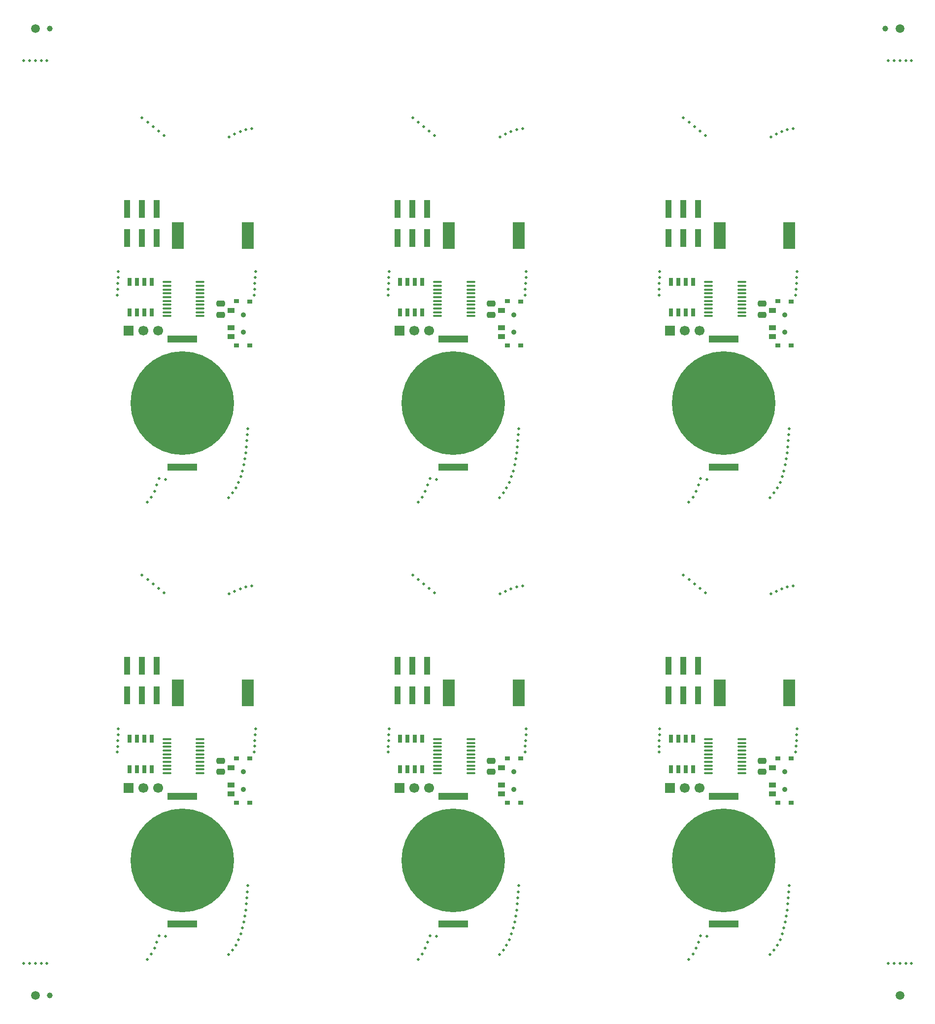
<source format=gbr>
%TF.GenerationSoftware,KiCad,Pcbnew,9.0.3*%
%TF.CreationDate,2025-07-23T15:56:11-05:00*%
%TF.ProjectId,panel,70616e65-6c2e-46b6-9963-61645f706362,rev?*%
%TF.SameCoordinates,Original*%
%TF.FileFunction,Soldermask,Bot*%
%TF.FilePolarity,Negative*%
%FSLAX46Y46*%
G04 Gerber Fmt 4.6, Leading zero omitted, Abs format (unit mm)*
G04 Created by KiCad (PCBNEW 9.0.3) date 2025-07-23 15:56:11*
%MOMM*%
%LPD*%
G01*
G04 APERTURE LIST*
G04 Aperture macros list*
%AMRoundRect*
0 Rectangle with rounded corners*
0 $1 Rounding radius*
0 $2 $3 $4 $5 $6 $7 $8 $9 X,Y pos of 4 corners*
0 Add a 4 corners polygon primitive as box body*
4,1,4,$2,$3,$4,$5,$6,$7,$8,$9,$2,$3,0*
0 Add four circle primitives for the rounded corners*
1,1,$1+$1,$2,$3*
1,1,$1+$1,$4,$5*
1,1,$1+$1,$6,$7*
1,1,$1+$1,$8,$9*
0 Add four rect primitives between the rounded corners*
20,1,$1+$1,$2,$3,$4,$5,0*
20,1,$1+$1,$4,$5,$6,$7,0*
20,1,$1+$1,$6,$7,$8,$9,0*
20,1,$1+$1,$8,$9,$2,$3,0*%
G04 Aperture macros list end*
%ADD10C,0.500000*%
%ADD11C,1.500000*%
%ADD12R,5.080000X1.270000*%
%ADD13C,17.800000*%
%ADD14R,1.000000X3.150000*%
%ADD15RoundRect,0.100000X0.637500X0.100000X-0.637500X0.100000X-0.637500X-0.100000X0.637500X-0.100000X0*%
%ADD16C,1.000000*%
%ADD17C,0.900000*%
%ADD18R,1.250000X0.900000*%
%ADD19R,0.900000X0.800000*%
%ADD20R,0.800000X1.450000*%
%ADD21R,1.700000X1.700000*%
%ADD22C,1.700000*%
%ADD23R,2.000000X4.600000*%
%ADD24RoundRect,0.250000X0.475000X-0.250000X0.475000X0.250000X-0.475000X0.250000X-0.475000X-0.250000X0*%
G04 APERTURE END LIST*
D10*
%TO.C,KiKit_MB_28_4*%
X156920592Y-118395879D03*
%TD*%
%TO.C,KiKit_MB_7_4*%
X134942661Y-65277159D03*
%TD*%
%TO.C,KiKit_MB_26_5*%
X158363346Y-146799648D03*
%TD*%
%TO.C,KiKit_MB_30_2*%
X157182136Y-170812487D03*
%TD*%
%TO.C,KiKit_MB_8_2*%
X158518465Y-65260219D03*
%TD*%
%TO.C,KiKit_MB_35_3*%
X188147478Y-179442975D03*
%TD*%
%TO.C,KiKit_MB_32_3*%
X204999085Y-144800315D03*
%TD*%
%TO.C,KiKit_MB_36_2*%
X203714462Y-170812487D03*
%TD*%
%TO.C,KiKit_MB_24_6*%
X110220238Y-174976825D03*
%TD*%
%TO.C,KiKit_MB_5_5*%
X94154426Y-102982266D03*
%TD*%
D11*
%TO.C,KiKit_TO_3*%
X74201511Y-188580862D03*
%TD*%
D10*
%TO.C,KiKit_MB_36_12*%
X201154453Y-180818929D03*
%TD*%
%TO.C,KiKit_MB_38_6*%
X76201511Y-183080862D03*
%TD*%
%TO.C,KiKit_MB_34_5*%
X204475259Y-118224143D03*
%TD*%
%TO.C,KiKit_MB_12_12*%
X154622127Y-102278498D03*
%TD*%
%TO.C,KiKit_MB_24_8*%
X109797370Y-177026405D03*
%TD*%
%TO.C,KiKit_MB_6_7*%
X110033789Y-97466434D03*
%TD*%
%TO.C,KiKit_MB_6_1*%
X110724483Y-91227774D03*
%TD*%
%TO.C,KiKit_MB_3_4*%
X95364521Y-40122792D03*
%TD*%
%TO.C,KiKit_MB_3_2*%
X93482422Y-38576491D03*
%TD*%
%TO.C,KiKit_MB_25_1*%
X134840634Y-146817156D03*
%TD*%
%TO.C,KiKit_MB_12_6*%
X156752564Y-96436394D03*
%TD*%
%TO.C,KiKit_MB_6_13*%
X107404920Y-103069553D03*
%TD*%
%TO.C,KiKit_MB_36_7*%
X203098441Y-176006865D03*
%TD*%
%TO.C,KiKit_MB_19_2*%
X88342318Y-145817300D03*
%TD*%
%TO.C,KiKit_MB_3_1*%
X92529188Y-37818475D03*
%TD*%
%TO.C,KiKit_MB_23_3*%
X95082827Y-179442975D03*
%TD*%
%TO.C,KiKit_MB_36_10*%
X202197888Y-179009585D03*
%TD*%
%TO.C,KiKit_MB_5_3*%
X95082827Y-100902544D03*
%TD*%
%TO.C,KiKit_MB_5_1*%
X96575135Y-99933175D03*
%TD*%
%TO.C,KiKit_MB_24_7*%
X110033789Y-176006865D03*
%TD*%
%TO.C,KiKit_MB_32_5*%
X204895672Y-146799648D03*
%TD*%
%TO.C,KiKit_MB_39_5*%
X223798489Y-28000000D03*
%TD*%
%TO.C,KiKit_MB_1_5*%
X88444345Y-64277304D03*
%TD*%
%TO.C,KiKit_MB_6_5*%
X110367103Y-95399845D03*
%TD*%
%TO.C,KiKit_MB_15_5*%
X189374006Y-40891292D03*
%TD*%
%TO.C,KiKit_MB_18_6*%
X203284890Y-96436394D03*
%TD*%
%TO.C,KiKit_MB_6_12*%
X108089801Y-102278498D03*
%TD*%
%TO.C,KiKit_MB_15_2*%
X186547073Y-38576491D03*
%TD*%
%TO.C,KiKit_MB_12_3*%
X157098852Y-93315698D03*
%TD*%
%TO.C,KiKit_MB_2_5*%
X111831020Y-68259217D03*
%TD*%
%TO.C,KiKit_MB_24_2*%
X110649810Y-170812487D03*
%TD*%
%TO.C,KiKit_MB_36_8*%
X202862022Y-177026405D03*
%TD*%
%TO.C,KiKit_MB_37_5*%
X75201511Y-28000000D03*
%TD*%
%TO.C,KiKit_MB_5_4*%
X94676725Y-101968981D03*
%TD*%
%TO.C,KiKit_MB_16_5*%
X204475259Y-39683713D03*
%TD*%
%TO.C,KiKit_MB_35_2*%
X188543199Y-178373195D03*
%TD*%
%TO.C,KiKit_MB_18_13*%
X200469572Y-103069553D03*
%TD*%
%TO.C,KiKit_MB_14_5*%
X204895672Y-68259217D03*
%TD*%
%TO.C,KiKit_MB_21_5*%
X96309355Y-119431722D03*
%TD*%
%TO.C,KiKit_MB_17_6*%
X186496038Y-103861294D03*
%TD*%
%TO.C,KiKit_MB_17_5*%
X187219077Y-102982266D03*
%TD*%
%TO.C,KiKit_MB_31_3*%
X181440978Y-144817445D03*
%TD*%
%TO.C,KiKit_MB_10_1*%
X154068086Y-41087894D03*
%TD*%
%TO.C,KiKit_MB_1_3*%
X88376327Y-66277014D03*
%TD*%
%TO.C,KiKit_MB_29_2*%
X142010873Y-178373195D03*
%TD*%
%TO.C,KiKit_MB_25_5*%
X134976670Y-142817734D03*
%TD*%
%TO.C,KiKit_MB_6_2*%
X110649810Y-92272056D03*
%TD*%
%TO.C,KiKit_MB_31_1*%
X181372960Y-146817156D03*
%TD*%
%TO.C,KiKit_MB_28_3*%
X155938780Y-118730347D03*
%TD*%
%TO.C,KiKit_MB_33_2*%
X186547073Y-117116921D03*
%TD*%
%TO.C,KiKit_MB_40_5*%
X223798489Y-183080862D03*
%TD*%
%TO.C,KiKit_MB_30_10*%
X155665562Y-179009585D03*
%TD*%
%TO.C,KiKit_MB_12_4*%
X157015188Y-94359304D03*
%TD*%
%TO.C,KiKit_MB_4_3*%
X109406454Y-40189917D03*
%TD*%
%TO.C,KiKit_MB_9_4*%
X141896846Y-40122792D03*
%TD*%
%TO.C,KiKit_MB_23_5*%
X94154426Y-181522697D03*
%TD*%
%TO.C,KiKit_MB_2_1*%
X112037846Y-64260553D03*
%TD*%
%TO.C,KiKit_MB_31_5*%
X181508996Y-142817734D03*
%TD*%
%TO.C,KiKit_MB_2_4*%
X111882726Y-67259550D03*
%TD*%
%TO.C,KiKit_MB_26_2*%
X158518465Y-143800649D03*
%TD*%
%TO.C,KiKit_MB_16_1*%
X200600412Y-41087894D03*
%TD*%
%TO.C,KiKit_MB_3_5*%
X96309355Y-40891292D03*
%TD*%
%TO.C,KiKit_MB_23_4*%
X94676725Y-180509412D03*
%TD*%
%TO.C,KiKit_MB_36_4*%
X203547514Y-172899735D03*
%TD*%
%TO.C,KiKit_MB_20_1*%
X112037846Y-142800983D03*
%TD*%
%TO.C,KiKit_MB_30_3*%
X157098852Y-171856129D03*
%TD*%
%TO.C,KiKit_MB_24_11*%
X108665829Y-179945770D03*
%TD*%
%TO.C,KiKit_MB_36_1*%
X203789135Y-169768205D03*
%TD*%
%TO.C,KiKit_MB_30_13*%
X153937246Y-181609984D03*
%TD*%
%TO.C,KiKit_MB_4_2*%
X108460875Y-40617371D03*
%TD*%
%TO.C,KiKit_MB_39_3*%
X221798489Y-28000000D03*
%TD*%
%TO.C,KiKit_MB_24_4*%
X110482862Y-172899735D03*
%TD*%
%TO.C,KiKit_MB_39_6*%
X224798489Y-28000000D03*
%TD*%
%TO.C,KiKit_MB_12_1*%
X157256809Y-91227774D03*
%TD*%
%TO.C,KiKit_MB_9_3*%
X140955796Y-39349641D03*
%TD*%
%TO.C,KiKit_MB_10_5*%
X157942933Y-39683713D03*
%TD*%
%TO.C,KiKit_MB_24_9*%
X109498572Y-178029165D03*
%TD*%
%TO.C,KiKit_MB_30_12*%
X154622127Y-180818929D03*
%TD*%
%TO.C,KiKit_MB_13_4*%
X181474987Y-65277159D03*
%TD*%
%TO.C,KiKit_MB_24_12*%
X108089801Y-180818929D03*
%TD*%
%TO.C,KiKit_MB_18_5*%
X203431755Y-95399845D03*
%TD*%
%TO.C,KiKit_MB_27_3*%
X140955796Y-117890071D03*
%TD*%
%TO.C,KiKit_MB_35_5*%
X187219077Y-181522697D03*
%TD*%
%TO.C,KiKit_MB_25_3*%
X134908652Y-144817445D03*
%TD*%
%TO.C,KiKit_MB_38_3*%
X73201511Y-183080862D03*
%TD*%
%TO.C,KiKit_MB_30_9*%
X156030898Y-178029165D03*
%TD*%
%TO.C,KiKit_MB_30_6*%
X156752564Y-174976825D03*
%TD*%
%TO.C,KiKit_MB_26_3*%
X158466759Y-144800315D03*
%TD*%
%TO.C,KiKit_MB_40_2*%
X220798489Y-183080862D03*
%TD*%
%TO.C,KiKit_MB_10_3*%
X155938780Y-40189917D03*
%TD*%
%TO.C,KiKit_MB_18_10*%
X202197888Y-100469154D03*
%TD*%
%TO.C,KiKit_MB_24_3*%
X110566526Y-171856129D03*
%TD*%
%TO.C,KiKit_MB_8_1*%
X158570172Y-64260553D03*
%TD*%
%TO.C,KiKit_MB_40_3*%
X221798489Y-183080862D03*
%TD*%
%TO.C,KiKit_MB_30_7*%
X156566115Y-176006865D03*
%TD*%
%TO.C,KiKit_MB_15_3*%
X187488122Y-39349641D03*
%TD*%
%TO.C,KiKit_MB_26_1*%
X158570172Y-142800983D03*
%TD*%
%TO.C,KiKit_MB_32_1*%
X205102498Y-142800983D03*
%TD*%
%TO.C,KiKit_MB_27_2*%
X140014747Y-117116921D03*
%TD*%
%TO.C,KiKit_MB_8_4*%
X158415052Y-67259550D03*
%TD*%
%TO.C,KiKit_MB_12_2*%
X157182136Y-92272056D03*
%TD*%
%TO.C,KiKit_MB_6_10*%
X109133236Y-100469154D03*
%TD*%
%TO.C,KiKit_MB_13_3*%
X181440978Y-66277014D03*
%TD*%
%TO.C,KiKit_MB_8_3*%
X158466759Y-66259885D03*
%TD*%
%TO.C,KiKit_MB_19_5*%
X88444345Y-142817734D03*
%TD*%
%TO.C,KiKit_MB_11_3*%
X141615152Y-100902544D03*
%TD*%
%TO.C,KiKit_MB_22_4*%
X110388266Y-118395879D03*
%TD*%
%TO.C,KiKit_MB_30_8*%
X156329696Y-177026405D03*
%TD*%
%TO.C,KiKit_MB_36_3*%
X203631178Y-171856129D03*
%TD*%
%TO.C,KiKit_MB_13_5*%
X181508996Y-64277304D03*
%TD*%
%TO.C,KiKit_MB_25_4*%
X134942661Y-143817589D03*
%TD*%
%TO.C,KiKit_MB_14_1*%
X205102498Y-64260553D03*
%TD*%
%TO.C,KiKit_MB_34_2*%
X201525527Y-119157801D03*
%TD*%
%TO.C,KiKit_MB_19_1*%
X88308309Y-146817156D03*
%TD*%
%TO.C,KiKit_MB_23_1*%
X96575135Y-178473606D03*
%TD*%
%TO.C,KiKit_MB_11_6*%
X139963712Y-103861294D03*
%TD*%
%TO.C,KiKit_MB_33_1*%
X185593839Y-116358905D03*
%TD*%
%TO.C,KiKit_MB_16_4*%
X203452918Y-39855449D03*
%TD*%
%TO.C,KiKit_MB_20_2*%
X111986139Y-143800649D03*
%TD*%
%TO.C,KiKit_MB_4_4*%
X110388266Y-39855449D03*
%TD*%
%TO.C,KiKit_MB_9_5*%
X142841680Y-40891292D03*
%TD*%
%TO.C,KiKit_MB_18_11*%
X201730481Y-101405339D03*
%TD*%
%TO.C,KiKit_MB_12_7*%
X156566115Y-97466434D03*
%TD*%
%TO.C,KiKit_MB_12_11*%
X155198155Y-101405339D03*
%TD*%
%TO.C,KiKit_MB_28_5*%
X157942933Y-118224143D03*
%TD*%
%TO.C,KiKit_MB_36_13*%
X200469572Y-181609984D03*
%TD*%
%TO.C,KiKit_MB_29_1*%
X143107460Y-178473606D03*
%TD*%
%TO.C,KiKit_MB_27_4*%
X141896846Y-118663222D03*
%TD*%
%TO.C,KiKit_MB_26_4*%
X158415052Y-145799981D03*
%TD*%
%TO.C,KiKit_MB_16_2*%
X201525527Y-40617371D03*
%TD*%
%TO.C,KiKit_MB_28_2*%
X154993201Y-119157801D03*
%TD*%
%TO.C,KiKit_MB_1_2*%
X88342318Y-67276869D03*
%TD*%
%TO.C,KiKit_MB_27_5*%
X142841680Y-119431722D03*
%TD*%
%TO.C,KiKit_MB_40_4*%
X222798489Y-183080862D03*
%TD*%
%TO.C,KiKit_MB_24_5*%
X110367103Y-173940276D03*
%TD*%
%TO.C,KiKit_MB_18_9*%
X202563224Y-99488734D03*
%TD*%
%TO.C,KiKit_MB_18_1*%
X203789135Y-91227774D03*
%TD*%
%TO.C,KiKit_MB_12_13*%
X153937246Y-103069553D03*
%TD*%
%TO.C,KiKit_MB_6_4*%
X110482862Y-94359304D03*
%TD*%
%TO.C,KiKit_MB_21_1*%
X92529188Y-116358905D03*
%TD*%
%TO.C,KiKit_MB_21_3*%
X94423471Y-117890071D03*
%TD*%
%TO.C,KiKit_MB_38_4*%
X74201511Y-183080862D03*
%TD*%
%TO.C,KiKit_MB_30_11*%
X155198155Y-179945770D03*
%TD*%
%TO.C,KiKit_MB_36_5*%
X203431755Y-173940276D03*
%TD*%
%TO.C,KiKit_MB_32_4*%
X204947378Y-145799981D03*
%TD*%
%TO.C,KiKit_MB_30_5*%
X156899429Y-173940276D03*
%TD*%
%TO.C,KiKit_MB_37_6*%
X76201511Y-28000000D03*
%TD*%
%TO.C,KiKit_MB_4_1*%
X107535760Y-41087894D03*
%TD*%
%TO.C,KiKit_MB_20_4*%
X111882726Y-145799981D03*
%TD*%
%TO.C,KiKit_MB_10_2*%
X154993201Y-40617371D03*
%TD*%
%TO.C,KiKit_MB_9_1*%
X139061513Y-37818475D03*
%TD*%
%TO.C,KiKit_MB_37_3*%
X73201511Y-28000000D03*
%TD*%
%TO.C,KiKit_MB_12_8*%
X156329696Y-98485974D03*
%TD*%
%TO.C,KiKit_MB_37_2*%
X72201511Y-28000000D03*
%TD*%
%TO.C,KiKit_MB_6_3*%
X110566526Y-93315698D03*
%TD*%
D11*
%TO.C,KiKit_TO_1*%
X74201511Y-22500000D03*
%TD*%
D10*
%TO.C,KiKit_MB_1_4*%
X88410336Y-65277159D03*
%TD*%
%TO.C,KiKit_MB_17_3*%
X188147478Y-100902544D03*
%TD*%
%TO.C,KiKit_MB_10_4*%
X156920592Y-39855449D03*
%TD*%
%TO.C,KiKit_MB_39_4*%
X222798489Y-28000000D03*
%TD*%
%TO.C,KiKit_MB_9_2*%
X140014747Y-38576491D03*
%TD*%
%TO.C,KiKit_MB_23_2*%
X95478548Y-178373195D03*
%TD*%
%TO.C,KiKit_MB_15_4*%
X188429172Y-40122792D03*
%TD*%
%TO.C,KiKit_MB_22_1*%
X107535760Y-119628324D03*
%TD*%
%TO.C,KiKit_MB_23_6*%
X93431387Y-182401725D03*
%TD*%
%TO.C,KiKit_MB_11_4*%
X141209050Y-101968981D03*
%TD*%
%TO.C,KiKit_MB_7_5*%
X134976670Y-64277304D03*
%TD*%
%TO.C,KiKit_MB_37_4*%
X74201511Y-28000000D03*
%TD*%
%TO.C,KiKit_MB_5_2*%
X95478548Y-99832764D03*
%TD*%
%TO.C,KiKit_MB_36_9*%
X202563224Y-178029165D03*
%TD*%
%TO.C,KiKit_MB_7_3*%
X134908652Y-66277014D03*
%TD*%
%TO.C,KiKit_MB_35_1*%
X189639786Y-178473606D03*
%TD*%
%TO.C,KiKit_MB_29_3*%
X141615152Y-179442975D03*
%TD*%
D11*
%TO.C,KiKit_TO_4*%
X222798489Y-188580862D03*
%TD*%
D10*
%TO.C,KiKit_MB_5_6*%
X93431387Y-103861294D03*
%TD*%
%TO.C,KiKit_MB_40_6*%
X224798489Y-183080862D03*
%TD*%
%TO.C,KiKit_MB_1_1*%
X88308309Y-68276725D03*
%TD*%
%TO.C,KiKit_MB_25_2*%
X134874643Y-145817300D03*
%TD*%
%TO.C,KiKit_MB_18_8*%
X202862022Y-98485974D03*
%TD*%
%TO.C,KiKit_MB_20_3*%
X111934433Y-144800315D03*
%TD*%
D11*
%TO.C,KiKit_TO_2*%
X222798489Y-22500000D03*
%TD*%
D10*
%TO.C,KiKit_MB_17_4*%
X187741376Y-101968981D03*
%TD*%
%TO.C,KiKit_MB_33_5*%
X189374006Y-119431722D03*
%TD*%
%TO.C,KiKit_MB_2_3*%
X111934433Y-66259885D03*
%TD*%
%TO.C,KiKit_MB_11_5*%
X140686751Y-102982266D03*
%TD*%
%TO.C,KiKit_MB_12_5*%
X156899429Y-95399845D03*
%TD*%
%TO.C,KiKit_MB_31_2*%
X181406969Y-145817300D03*
%TD*%
%TO.C,KiKit_MB_22_5*%
X111410607Y-118224143D03*
%TD*%
%TO.C,KiKit_MB_18_3*%
X203631178Y-93315698D03*
%TD*%
%TO.C,KiKit_MB_6_6*%
X110220238Y-96436394D03*
%TD*%
%TO.C,KiKit_MB_38_5*%
X75201511Y-183080862D03*
%TD*%
%TO.C,KiKit_MB_13_2*%
X181406969Y-67276869D03*
%TD*%
%TO.C,KiKit_MB_14_2*%
X205050791Y-65260219D03*
%TD*%
%TO.C,KiKit_MB_34_4*%
X203452918Y-118395879D03*
%TD*%
%TO.C,KiKit_MB_33_3*%
X187488122Y-117890071D03*
%TD*%
%TO.C,KiKit_MB_31_4*%
X181474987Y-143817589D03*
%TD*%
%TO.C,KiKit_MB_18_12*%
X201154453Y-102278498D03*
%TD*%
%TO.C,KiKit_MB_33_4*%
X188429172Y-118663222D03*
%TD*%
%TO.C,KiKit_MB_21_4*%
X95364521Y-118663222D03*
%TD*%
%TO.C,KiKit_MB_19_4*%
X88410336Y-143817589D03*
%TD*%
%TO.C,KiKit_MB_15_1*%
X185593839Y-37818475D03*
%TD*%
%TO.C,KiKit_MB_24_13*%
X107404920Y-181609984D03*
%TD*%
%TO.C,KiKit_MB_38_2*%
X72201511Y-183080862D03*
%TD*%
%TO.C,KiKit_MB_29_5*%
X140686751Y-181522697D03*
%TD*%
%TO.C,KiKit_MB_18_7*%
X203098441Y-97466434D03*
%TD*%
%TO.C,KiKit_MB_22_2*%
X108460875Y-119157801D03*
%TD*%
%TO.C,KiKit_MB_39_2*%
X220798489Y-28000000D03*
%TD*%
%TO.C,KiKit_MB_11_2*%
X142010873Y-99832764D03*
%TD*%
%TO.C,KiKit_MB_24_10*%
X109133236Y-179009585D03*
%TD*%
%TO.C,KiKit_MB_27_1*%
X139061513Y-116358905D03*
%TD*%
%TO.C,KiKit_MB_4_5*%
X111410607Y-39683713D03*
%TD*%
%TO.C,KiKit_MB_24_1*%
X110724483Y-169768205D03*
%TD*%
%TO.C,KiKit_MB_7_1*%
X134840634Y-68276725D03*
%TD*%
%TO.C,KiKit_MB_17_1*%
X189639786Y-99933175D03*
%TD*%
%TO.C,KiKit_MB_3_3*%
X94423471Y-39349641D03*
%TD*%
%TO.C,KiKit_MB_6_11*%
X108665829Y-101405339D03*
%TD*%
%TO.C,KiKit_MB_12_10*%
X155665562Y-100469154D03*
%TD*%
%TO.C,KiKit_MB_18_4*%
X203547514Y-94359304D03*
%TD*%
%TO.C,KiKit_MB_36_11*%
X201730481Y-179945770D03*
%TD*%
%TO.C,KiKit_MB_32_2*%
X205050791Y-143800649D03*
%TD*%
%TO.C,KiKit_MB_29_4*%
X141209050Y-180509412D03*
%TD*%
%TO.C,KiKit_MB_21_2*%
X93482422Y-117116921D03*
%TD*%
%TO.C,KiKit_MB_34_3*%
X202471106Y-118730347D03*
%TD*%
%TO.C,KiKit_MB_35_6*%
X186496038Y-182401725D03*
%TD*%
%TO.C,KiKit_MB_13_1*%
X181372960Y-68276725D03*
%TD*%
%TO.C,KiKit_MB_11_1*%
X143107460Y-99933175D03*
%TD*%
%TO.C,KiKit_MB_18_2*%
X203714462Y-92272056D03*
%TD*%
%TO.C,KiKit_MB_35_4*%
X187741376Y-180509412D03*
%TD*%
%TO.C,KiKit_MB_20_5*%
X111831020Y-146799648D03*
%TD*%
%TO.C,KiKit_MB_30_1*%
X157256809Y-169768205D03*
%TD*%
%TO.C,KiKit_MB_7_2*%
X134874643Y-67276869D03*
%TD*%
%TO.C,KiKit_MB_2_2*%
X111986139Y-65260219D03*
%TD*%
%TO.C,KiKit_MB_16_3*%
X202471106Y-40189917D03*
%TD*%
%TO.C,KiKit_MB_29_6*%
X139963712Y-182401725D03*
%TD*%
%TO.C,KiKit_MB_6_8*%
X109797370Y-98485974D03*
%TD*%
%TO.C,KiKit_MB_17_2*%
X188543199Y-99832764D03*
%TD*%
%TO.C,KiKit_MB_28_1*%
X154068086Y-119628324D03*
%TD*%
%TO.C,KiKit_MB_8_5*%
X158363346Y-68259217D03*
%TD*%
%TO.C,KiKit_MB_14_3*%
X204999085Y-66259885D03*
%TD*%
%TO.C,KiKit_MB_36_6*%
X203284890Y-174976825D03*
%TD*%
%TO.C,KiKit_MB_6_9*%
X109498572Y-99488734D03*
%TD*%
%TO.C,KiKit_MB_30_4*%
X157015188Y-172899735D03*
%TD*%
%TO.C,KiKit_MB_14_4*%
X204947378Y-67259550D03*
%TD*%
%TO.C,KiKit_MB_22_3*%
X109406454Y-118730347D03*
%TD*%
%TO.C,KiKit_MB_19_3*%
X88376327Y-144817445D03*
%TD*%
%TO.C,KiKit_MB_34_1*%
X200600412Y-119628324D03*
%TD*%
%TO.C,KiKit_MB_12_9*%
X156030898Y-99488734D03*
%TD*%
D12*
%TO.C,BT1*%
X99447561Y-176355334D03*
X99447561Y-154385334D03*
D13*
X99447561Y-165370334D03*
%TD*%
D14*
%TO.C,J3*%
X141554887Y-137055334D03*
X141554887Y-132005334D03*
X139014887Y-137055334D03*
X139014887Y-132005334D03*
X136474887Y-137055334D03*
X136474887Y-132005334D03*
%TD*%
D15*
%TO.C,U1*%
X195599713Y-66039903D03*
X195599713Y-66689903D03*
X195599713Y-67339903D03*
X195599713Y-67989903D03*
X195599713Y-68639903D03*
X195599713Y-69289903D03*
X195599713Y-69939903D03*
X195599713Y-70589903D03*
X195599713Y-71239903D03*
X195599713Y-71889903D03*
X189874713Y-71889903D03*
X189874713Y-71239903D03*
X189874713Y-70589903D03*
X189874713Y-69939903D03*
X189874713Y-69289903D03*
X189874713Y-68639903D03*
X189874713Y-67989903D03*
X189874713Y-67339903D03*
X189874713Y-66689903D03*
X189874713Y-66039903D03*
%TD*%
D12*
%TO.C,BT1*%
X145979887Y-176355334D03*
X145979887Y-154385334D03*
D13*
X145979887Y-165370334D03*
%TD*%
D16*
%TO.C,KiKit_FID_B_3*%
X76701511Y-188580862D03*
%TD*%
D14*
%TO.C,J3*%
X188087213Y-137055334D03*
X188087213Y-132005334D03*
X185547213Y-137055334D03*
X185547213Y-132005334D03*
X183007213Y-137055334D03*
X183007213Y-132005334D03*
%TD*%
D17*
%TO.C,SW1*%
X202987213Y-153205334D03*
X202987213Y-150205334D03*
D18*
X200862213Y-153955334D03*
X200862213Y-152455334D03*
X200862213Y-149455334D03*
D19*
X201837213Y-155505334D03*
X204137213Y-155505334D03*
X204137213Y-147905334D03*
X201837213Y-147895334D03*
%TD*%
D12*
%TO.C,BT1*%
X192512213Y-176355334D03*
X192512213Y-154385334D03*
D13*
X192512213Y-165370334D03*
%TD*%
D15*
%TO.C,U1*%
X102535061Y-144580334D03*
X102535061Y-145230334D03*
X102535061Y-145880334D03*
X102535061Y-146530334D03*
X102535061Y-147180334D03*
X102535061Y-147830334D03*
X102535061Y-148480334D03*
X102535061Y-149130334D03*
X102535061Y-149780334D03*
X102535061Y-150430334D03*
X96810061Y-150430334D03*
X96810061Y-149780334D03*
X96810061Y-149130334D03*
X96810061Y-148480334D03*
X96810061Y-147830334D03*
X96810061Y-147180334D03*
X96810061Y-146530334D03*
X96810061Y-145880334D03*
X96810061Y-145230334D03*
X96810061Y-144580334D03*
%TD*%
D12*
%TO.C,BT1*%
X192512213Y-97814903D03*
X192512213Y-75844903D03*
D13*
X192512213Y-86829903D03*
%TD*%
D20*
%TO.C,U4*%
X90362561Y-65989903D03*
X91632561Y-65989903D03*
X92902561Y-65989903D03*
X94172561Y-65989903D03*
X94172561Y-71239903D03*
X92902561Y-71239903D03*
X91632561Y-71239903D03*
X90362561Y-71239903D03*
%TD*%
D21*
%TO.C,J2*%
X183307213Y-74414903D03*
D22*
X185847213Y-74414903D03*
X188387213Y-74414903D03*
%TD*%
D23*
%TO.C,J1*%
X157254887Y-136605334D03*
X145254887Y-136605334D03*
%TD*%
D24*
%TO.C,C3*%
X152554887Y-150205334D03*
X152554887Y-148305334D03*
%TD*%
D14*
%TO.C,J3*%
X95022561Y-58514903D03*
X95022561Y-53464903D03*
X92482561Y-58514903D03*
X92482561Y-53464903D03*
X89942561Y-58514903D03*
X89942561Y-53464903D03*
%TD*%
D23*
%TO.C,J1*%
X110722561Y-58064903D03*
X98722561Y-58064903D03*
%TD*%
%TO.C,J1*%
X110722561Y-136605334D03*
X98722561Y-136605334D03*
%TD*%
D17*
%TO.C,SW1*%
X156454887Y-74664903D03*
X156454887Y-71664903D03*
D18*
X154329887Y-75414903D03*
X154329887Y-73914903D03*
X154329887Y-70914903D03*
D19*
X155304887Y-76964903D03*
X157604887Y-76964903D03*
X157604887Y-69364903D03*
X155304887Y-69354903D03*
%TD*%
D24*
%TO.C,C3*%
X199087213Y-150205334D03*
X199087213Y-148305334D03*
%TD*%
D23*
%TO.C,J1*%
X157254887Y-58064903D03*
X145254887Y-58064903D03*
%TD*%
D24*
%TO.C,C3*%
X106022561Y-150205334D03*
X106022561Y-148305334D03*
%TD*%
D15*
%TO.C,U1*%
X102535061Y-66039903D03*
X102535061Y-66689903D03*
X102535061Y-67339903D03*
X102535061Y-67989903D03*
X102535061Y-68639903D03*
X102535061Y-69289903D03*
X102535061Y-69939903D03*
X102535061Y-70589903D03*
X102535061Y-71239903D03*
X102535061Y-71889903D03*
X96810061Y-71889903D03*
X96810061Y-71239903D03*
X96810061Y-70589903D03*
X96810061Y-69939903D03*
X96810061Y-69289903D03*
X96810061Y-68639903D03*
X96810061Y-67989903D03*
X96810061Y-67339903D03*
X96810061Y-66689903D03*
X96810061Y-66039903D03*
%TD*%
D21*
%TO.C,J2*%
X136774887Y-74414903D03*
D22*
X139314887Y-74414903D03*
X141854887Y-74414903D03*
%TD*%
D16*
%TO.C,KiKit_FID_B_2*%
X220298489Y-22500000D03*
%TD*%
D24*
%TO.C,C3*%
X152554887Y-71664903D03*
X152554887Y-69764903D03*
%TD*%
D14*
%TO.C,J3*%
X188087213Y-58514903D03*
X188087213Y-53464903D03*
X185547213Y-58514903D03*
X185547213Y-53464903D03*
X183007213Y-58514903D03*
X183007213Y-53464903D03*
%TD*%
D12*
%TO.C,BT1*%
X99447561Y-97814903D03*
X99447561Y-75844903D03*
D13*
X99447561Y-86829903D03*
%TD*%
D15*
%TO.C,U1*%
X149067387Y-66039903D03*
X149067387Y-66689903D03*
X149067387Y-67339903D03*
X149067387Y-67989903D03*
X149067387Y-68639903D03*
X149067387Y-69289903D03*
X149067387Y-69939903D03*
X149067387Y-70589903D03*
X149067387Y-71239903D03*
X149067387Y-71889903D03*
X143342387Y-71889903D03*
X143342387Y-71239903D03*
X143342387Y-70589903D03*
X143342387Y-69939903D03*
X143342387Y-69289903D03*
X143342387Y-68639903D03*
X143342387Y-67989903D03*
X143342387Y-67339903D03*
X143342387Y-66689903D03*
X143342387Y-66039903D03*
%TD*%
D21*
%TO.C,J2*%
X136774887Y-152955334D03*
D22*
X139314887Y-152955334D03*
X141854887Y-152955334D03*
%TD*%
D21*
%TO.C,J2*%
X183307213Y-152955334D03*
D22*
X185847213Y-152955334D03*
X188387213Y-152955334D03*
%TD*%
D24*
%TO.C,C3*%
X106022561Y-71664903D03*
X106022561Y-69764903D03*
%TD*%
D12*
%TO.C,BT1*%
X145979887Y-97814903D03*
X145979887Y-75844903D03*
D13*
X145979887Y-86829903D03*
%TD*%
D21*
%TO.C,J2*%
X90242561Y-74414903D03*
D22*
X92782561Y-74414903D03*
X95322561Y-74414903D03*
%TD*%
D17*
%TO.C,SW1*%
X156454887Y-153205334D03*
X156454887Y-150205334D03*
D18*
X154329887Y-153955334D03*
X154329887Y-152455334D03*
X154329887Y-149455334D03*
D19*
X155304887Y-155505334D03*
X157604887Y-155505334D03*
X157604887Y-147905334D03*
X155304887Y-147895334D03*
%TD*%
D14*
%TO.C,J3*%
X141554887Y-58514903D03*
X141554887Y-53464903D03*
X139014887Y-58514903D03*
X139014887Y-53464903D03*
X136474887Y-58514903D03*
X136474887Y-53464903D03*
%TD*%
D23*
%TO.C,J1*%
X203787213Y-136605334D03*
X191787213Y-136605334D03*
%TD*%
D15*
%TO.C,U1*%
X195599713Y-144580334D03*
X195599713Y-145230334D03*
X195599713Y-145880334D03*
X195599713Y-146530334D03*
X195599713Y-147180334D03*
X195599713Y-147830334D03*
X195599713Y-148480334D03*
X195599713Y-149130334D03*
X195599713Y-149780334D03*
X195599713Y-150430334D03*
X189874713Y-150430334D03*
X189874713Y-149780334D03*
X189874713Y-149130334D03*
X189874713Y-148480334D03*
X189874713Y-147830334D03*
X189874713Y-147180334D03*
X189874713Y-146530334D03*
X189874713Y-145880334D03*
X189874713Y-145230334D03*
X189874713Y-144580334D03*
%TD*%
D20*
%TO.C,U4*%
X136894887Y-65989903D03*
X138164887Y-65989903D03*
X139434887Y-65989903D03*
X140704887Y-65989903D03*
X140704887Y-71239903D03*
X139434887Y-71239903D03*
X138164887Y-71239903D03*
X136894887Y-71239903D03*
%TD*%
D21*
%TO.C,J2*%
X90242561Y-152955334D03*
D22*
X92782561Y-152955334D03*
X95322561Y-152955334D03*
%TD*%
D20*
%TO.C,U4*%
X90362561Y-144530334D03*
X91632561Y-144530334D03*
X92902561Y-144530334D03*
X94172561Y-144530334D03*
X94172561Y-149780334D03*
X92902561Y-149780334D03*
X91632561Y-149780334D03*
X90362561Y-149780334D03*
%TD*%
D17*
%TO.C,SW1*%
X202987213Y-74664903D03*
X202987213Y-71664903D03*
D18*
X200862213Y-75414903D03*
X200862213Y-73914903D03*
X200862213Y-70914903D03*
D19*
X201837213Y-76964903D03*
X204137213Y-76964903D03*
X204137213Y-69364903D03*
X201837213Y-69354903D03*
%TD*%
D16*
%TO.C,KiKit_FID_B_1*%
X76701511Y-22500000D03*
%TD*%
D17*
%TO.C,SW1*%
X109922561Y-74664903D03*
X109922561Y-71664903D03*
D18*
X107797561Y-75414903D03*
X107797561Y-73914903D03*
X107797561Y-70914903D03*
D19*
X108772561Y-76964903D03*
X111072561Y-76964903D03*
X111072561Y-69364903D03*
X108772561Y-69354903D03*
%TD*%
D24*
%TO.C,C3*%
X199087213Y-71664903D03*
X199087213Y-69764903D03*
%TD*%
D20*
%TO.C,U4*%
X183427213Y-65989903D03*
X184697213Y-65989903D03*
X185967213Y-65989903D03*
X187237213Y-65989903D03*
X187237213Y-71239903D03*
X185967213Y-71239903D03*
X184697213Y-71239903D03*
X183427213Y-71239903D03*
%TD*%
%TO.C,U4*%
X136894887Y-144530334D03*
X138164887Y-144530334D03*
X139434887Y-144530334D03*
X140704887Y-144530334D03*
X140704887Y-149780334D03*
X139434887Y-149780334D03*
X138164887Y-149780334D03*
X136894887Y-149780334D03*
%TD*%
D23*
%TO.C,J1*%
X203787213Y-58064903D03*
X191787213Y-58064903D03*
%TD*%
D14*
%TO.C,J3*%
X95022561Y-137055334D03*
X95022561Y-132005334D03*
X92482561Y-137055334D03*
X92482561Y-132005334D03*
X89942561Y-137055334D03*
X89942561Y-132005334D03*
%TD*%
D20*
%TO.C,U4*%
X183427213Y-144530334D03*
X184697213Y-144530334D03*
X185967213Y-144530334D03*
X187237213Y-144530334D03*
X187237213Y-149780334D03*
X185967213Y-149780334D03*
X184697213Y-149780334D03*
X183427213Y-149780334D03*
%TD*%
D15*
%TO.C,U1*%
X149067387Y-144580334D03*
X149067387Y-145230334D03*
X149067387Y-145880334D03*
X149067387Y-146530334D03*
X149067387Y-147180334D03*
X149067387Y-147830334D03*
X149067387Y-148480334D03*
X149067387Y-149130334D03*
X149067387Y-149780334D03*
X149067387Y-150430334D03*
X143342387Y-150430334D03*
X143342387Y-149780334D03*
X143342387Y-149130334D03*
X143342387Y-148480334D03*
X143342387Y-147830334D03*
X143342387Y-147180334D03*
X143342387Y-146530334D03*
X143342387Y-145880334D03*
X143342387Y-145230334D03*
X143342387Y-144580334D03*
%TD*%
D17*
%TO.C,SW1*%
X109922561Y-153205334D03*
X109922561Y-150205334D03*
D18*
X107797561Y-153955334D03*
X107797561Y-152455334D03*
X107797561Y-149455334D03*
D19*
X108772561Y-155505334D03*
X111072561Y-155505334D03*
X111072561Y-147905334D03*
X108772561Y-147895334D03*
%TD*%
M02*

</source>
